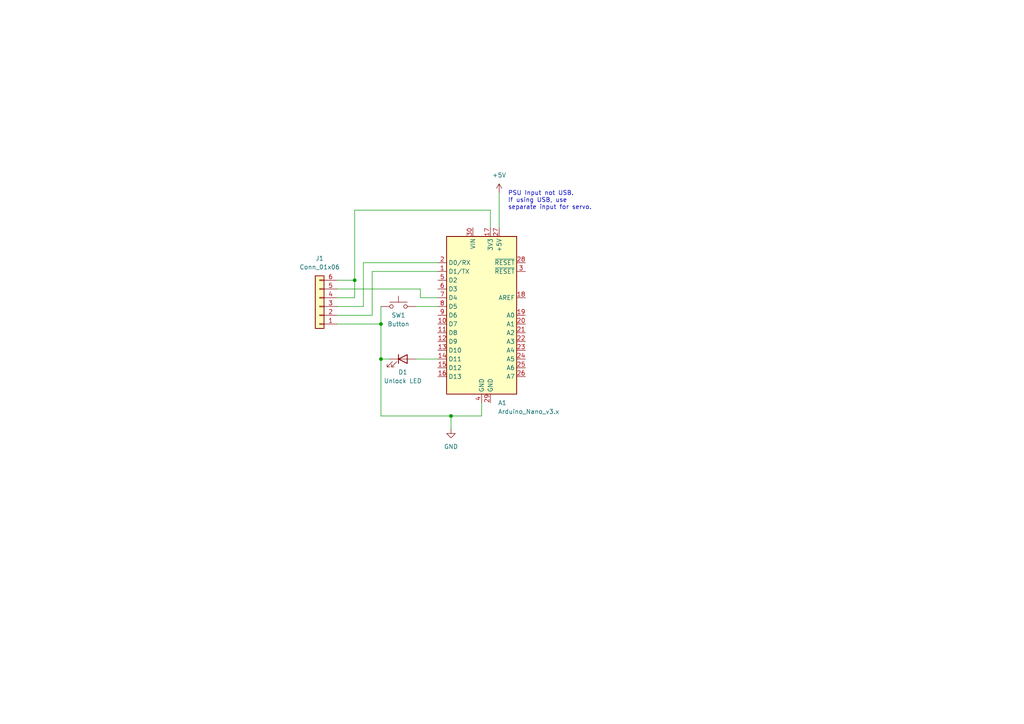
<source format=kicad_sch>
(kicad_sch (version 20230121) (generator eeschema)
  (paper "A4")
  (lib_symbols
    (symbol "Connector_Generic:Conn_01x06" (pin_names (offset 1.016) hide)
      (property "Reference" "J" (at 0 7.62 0))
      (property "Value" "Conn_01x06" (at 0 -10.16 0))
      (symbol "Conn_01x06_1_1"
        (rectangle (start -1.27 -7.493) (end 0 -7.747) (stroke (width 0.1524)))
        (rectangle (start -1.27 -4.953) (end 0 -5.207) (stroke (width 0.1524)))
        (rectangle (start -1.27 -2.413) (end 0 -2.667) (stroke (width 0.1524)))
        (rectangle (start -1.27 0.127) (end 0 -0.127) (stroke (width 0.1524)))
        (rectangle (start -1.27 2.667) (end 0 2.413) (stroke (width 0.1524)))
        (rectangle (start -1.27 5.207) (end 0 4.953) (stroke (width 0.1524)))
        (rectangle (start -1.27 6.35) (end 1.27 -8.89) (stroke (width 0.254)) (fill (type background)))
        (pin passive line (at -5.08 5.08 0) (length 3.81) (name "Pin_1") (number "1"))
        (pin passive line (at -5.08 2.54 0) (length 3.81) (name "Pin_2") (number "2"))
        (pin passive line (at -5.08 0 0) (length 3.81) (name "Pin_3") (number "3"))
        (pin passive line (at -5.08 -2.54 0) (length 3.81) (name "Pin_4") (number "4"))
        (pin passive line (at -5.08 -5.08 0) (length 3.81) (name "Pin_5") (number "5"))
        (pin passive line (at -5.08 -7.62 0) (length 3.81) (name "Pin_6") (number "6"))
      )
    )
    (symbol "Device:LED" (pin_numbers hide) (pin_names (offset 1.016) hide)
      (property "Reference" "D" (at 0 2.54 0))
      (property "Value" "LED" (at 0 -2.54 0))
      (symbol "LED_0_1"
        (polyline (pts (xy -1.27 -1.27) (xy -1.27 1.27)) (stroke (width 0.254)))
        (polyline (pts (xy -1.27 0) (xy 1.27 0)))
        (polyline (pts (xy 1.27 -1.27) (xy 1.27 1.27) (xy -1.27 0) (xy 1.27 -1.27)) (stroke (width 0.254)))
        (polyline (pts (xy -3.048 -0.762) (xy -4.572 -2.286) (xy -3.81 -2.286) (xy -4.572 -2.286) (xy -4.572 -1.524)))
        (polyline (pts (xy -1.778 -0.762) (xy -3.302 -2.286) (xy -2.54 -2.286) (xy -3.302 -2.286) (xy -3.302 -1.524)))
      )
      (symbol "LED_1_1"
        (pin passive line (at -3.81 0 0) (length 2.54) (name "K") (number "1"))
        (pin passive line (at 3.81 0 180) (length 2.54) (name "A") (number "2"))
      )
    )
    (symbol "MCU_Module:Arduino_Nano_v3.x"
      (property "Reference" "A" (at -10.16 23.495 0))
      (property "Value" "Arduino_Nano_v3.x" (at 5.08 -24.13 0))
      (symbol "Arduino_Nano_v3.x_0_1"
        (rectangle (start -10.16 22.86) (end 10.16 -22.86) (stroke (width 0.254)) (fill (type background)))
      )
      (symbol "Arduino_Nano_v3.x_1_1"
        (pin bidirectional line (at -12.7 12.7 0) (length 2.54) (name "D1/TX") (number "1"))
        (pin bidirectional line (at -12.7 -2.54 0) (length 2.54) (name "D7") (number "10"))
        (pin bidirectional line (at -12.7 -5.08 0) (length 2.54) (name "D8") (number "11"))
        (pin bidirectional line (at -12.7 -7.62 0) (length 2.54) (name "D9") (number "12"))
        (pin bidirectional line (at -12.7 -10.16 0) (length 2.54) (name "D10") (number "13"))
        (pin bidirectional line (at -12.7 -12.7 0) (length 2.54) (name "D11") (number "14"))
        (pin bidirectional line (at -12.7 -15.24 0) (length 2.54) (name "D12") (number "15"))
        (pin bidirectional line (at -12.7 -17.78 0) (length 2.54) (name "D13") (number "16"))
        (pin power_out line (at 2.54 25.4 270) (length 2.54) (name "3V3") (number "17"))
        (pin input line (at 12.7 5.08 180) (length 2.54) (name "AREF") (number "18"))
        (pin bidirectional line (at 12.7 0 180) (length 2.54) (name "A0") (number "19"))
        (pin bidirectional line (at -12.7 15.24 0) (length 2.54) (name "D0/RX") (number "2"))
        (pin bidirectional line (at 12.7 -2.54 180) (length 2.54) (name "A1") (number "20"))
        (pin bidirectional line (at 12.7 -5.08 180) (length 2.54) (name "A2") (number "21"))
        (pin bidirectional line (at 12.7 -7.62 180) (length 2.54) (name "A3") (number "22"))
        (pin bidirectional line (at 12.7 -10.16 180) (length 2.54) (name "A4") (number "23"))
        (pin bidirectional line (at 12.7 -12.7 180) (length 2.54) (name "A5") (number "24"))
        (pin bidirectional line (at 12.7 -15.24 180) (length 2.54) (name "A6") (number "25"))
        (pin bidirectional line (at 12.7 -17.78 180) (length 2.54) (name "A7") (number "26"))
        (pin power_out line (at 5.08 25.4 270) (length 2.54) (name "+5V") (number "27"))
        (pin input line (at 12.7 15.24 180) (length 2.54) (name "~{RESET}") (number "28"))
        (pin power_in line (at 2.54 -25.4 90) (length 2.54) (name "GND") (number "29"))
        (pin input line (at 12.7 12.7 180) (length 2.54) (name "~{RESET}") (number "3"))
        (pin power_in line (at -2.54 25.4 270) (length 2.54) (name "VIN") (number "30"))
        (pin power_in line (at 0 -25.4 90) (length 2.54) (name "GND") (number "4"))
        (pin bidirectional line (at -12.7 10.16 0) (length 2.54) (name "D2") (number "5"))
        (pin bidirectional line (at -12.7 7.62 0) (length 2.54) (name "D3") (number "6"))
        (pin bidirectional line (at -12.7 5.08 0) (length 2.54) (name "D4") (number "7"))
        (pin bidirectional line (at -12.7 2.54 0) (length 2.54) (name "D5") (number "8"))
        (pin bidirectional line (at -12.7 0 0) (length 2.54) (name "D6") (number "9"))
      )
    )
    (symbol "Switch:SW_Push" (pin_numbers hide) (pin_names (offset 1.016) hide)
      (property "Reference" "SW" (at 1.27 2.54 0))
      (property "Value" "SW_Push" (at 0 -1.524 0))
      (symbol "SW_Push_0_1"
        (circle (center -2.032 0) (radius 0.508))
        (polyline (pts (xy 0 1.27) (xy 0 3.048)))
        (polyline (pts (xy 2.54 1.27) (xy -2.54 1.27)))
        (circle (center 2.032 0) (radius 0.508))
        (pin passive line (at -5.08 0 0) (length 2.54) (name "1") (number "1"))
        (pin passive line (at 5.08 0 180) (length 2.54) (name "2") (number "2"))
      )
    )
    (symbol "power:+5V" (power) (pin_names (offset 0))
      (property "Value" "+5V" (at 0 3.556 0))
      (symbol "+5V_0_1"
        (polyline (pts (xy -0.762 1.27) (xy 0 2.54)))
        (polyline (pts (xy 0 0) (xy 0 2.54)))
        (polyline (pts (xy 0 2.54) (xy 0.762 1.27)))
      )
      (symbol "+5V_1_1"
        (pin power_in line (at 0 0 90) (length 0) hide (name "+5V") (number "1"))
      )
    )
    (symbol "power:GND" (power) (pin_names (offset 0))
      (property "Value" "GND" (at 0 -3.81 0))
      (symbol "GND_0_1"
        (polyline (pts (xy 0 0) (xy 0 -1.27) (xy 1.27 -1.27) (xy 0 -2.54) (xy -1.27 -1.27) (xy 0 -1.27)))
      )
      (symbol "GND_1_1"
        (pin power_in line (at 0 0 270) (length 0) hide (name "GND") (number "1"))
      )
    )
  )
  (junction (at 130.81 120.65))
  (junction (at 102.87 81.28))
  (junction (at 110.49 104.14))
  (junction (at 110.49 93.98))
  (wire (pts (xy 105.41 88.9) (xy 105.41 76.2)))
  (wire (pts (xy 97.79 86.36) (xy 102.87 86.36)))
  (wire (pts (xy 97.79 83.82) (xy 121.92 83.82)))
  (wire (pts (xy 110.49 104.14) (xy 110.49 120.65)))
  (wire (pts (xy 97.79 88.9) (xy 105.41 88.9)))
  (wire (pts (xy 139.7 120.65) (xy 139.7 116.84)))
  (wire (pts (xy 110.49 120.65) (xy 130.81 120.65)))
  (wire (pts (xy 102.87 86.36) (xy 102.87 81.28)))
  (wire (pts (xy 120.65 88.9) (xy 127 88.9)))
  (wire (pts (xy 110.49 88.9) (xy 110.49 93.98)))
  (wire (pts (xy 110.49 93.98) (xy 110.49 104.14)))
  (wire (pts (xy 102.87 60.96) (xy 142.24 60.96)))
  (wire (pts (xy 130.81 120.65) (xy 130.81 124.46)))
  (wire (pts (xy 144.78 55.88) (xy 144.78 66.04)))
  (wire (pts (xy 130.81 120.65) (xy 139.7 120.65)))
  (wire (pts (xy 107.95 78.74) (xy 127 78.74)))
  (wire (pts (xy 102.87 81.28) (xy 102.87 60.96)))
  (wire (pts (xy 97.79 93.98) (xy 110.49 93.98)))
  (wire (pts (xy 97.79 91.44) (xy 107.95 91.44)))
  (wire (pts (xy 105.41 76.2) (xy 127 76.2)))
  (wire (pts (xy 121.92 83.82) (xy 121.92 86.36)))
  (wire (pts (xy 110.49 104.14) (xy 113.03 104.14)))
  (wire (pts (xy 97.79 81.28) (xy 102.87 81.28)))
  (wire (pts (xy 121.92 86.36) (xy 127 86.36)))
  (wire (pts (xy 142.24 60.96) (xy 142.24 66.04)))
  (wire (pts (xy 107.95 91.44) (xy 107.95 78.74)))
  (wire (pts (xy 120.65 104.14) (xy 127 104.14)))
  (text "PSU Input not USB. \nIf using USB, use\nseparate input for servo." (at 147.32 60.96 0) (effects (font (size 1.27 1.27)) (justify left bottom)))
  (symbol (lib_id "power:GND") (at 130.81 124.46 0) (unit 1)
    (property "Reference" "#PWR02" (effects hide))
    (property "Value" "GND" (at 130.81 129.54 0))
  )
  (symbol (lib_id "Device:LED") (at 116.84 104.14 0) (unit 1)
    (property "Reference" "D1" (at 116.84 107.95 0))
    (property "Value" "Unlock LED" (at 116.84 110.49 0))
  )
  (symbol (lib_id "Connector_Generic:Conn_01x06") (at 92.71 88.9 180) (unit 1)
    (property "Reference" "J1" (at 92.71 74.93 0))
    (property "Value" "Conn_01x06" (at 92.71 77.47 0))
  )
  (symbol (lib_id "Switch:SW_Push") (at 115.57 88.9 0) (unit 1)
    (property "Reference" "SW1" (at 115.57 91.44 0))
    (property "Value" "Button" (at 115.57 93.98 0))
  )
  (symbol (lib_id "MCU_Module:Arduino_Nano_v3.x") (at 139.7 91.44 0) (unit 1)
    (property "Reference" "A1" (at 144.4341 116.84 0) (effects (justify left)))
    (property "Value" "Arduino_Nano_v3.x" (at 144.4341 119.38 0) (effects (justify left)))
    (property "Footprint" "Module:Arduino_Nano" (effects hide))
    (property "Datasheet" "http://www.mouser.com/pdfdocs/Gravitech_Arduino_Nano3_0.pdf" (effects hide))
  )
  (symbol (lib_id "power:+5V") (at 144.78 55.88 0) (unit 1)
    (property "Reference" "#PWR01" (effects hide))
    (property "Value" "+5V" (at 144.78 50.8 0))
  )
)
</source>
